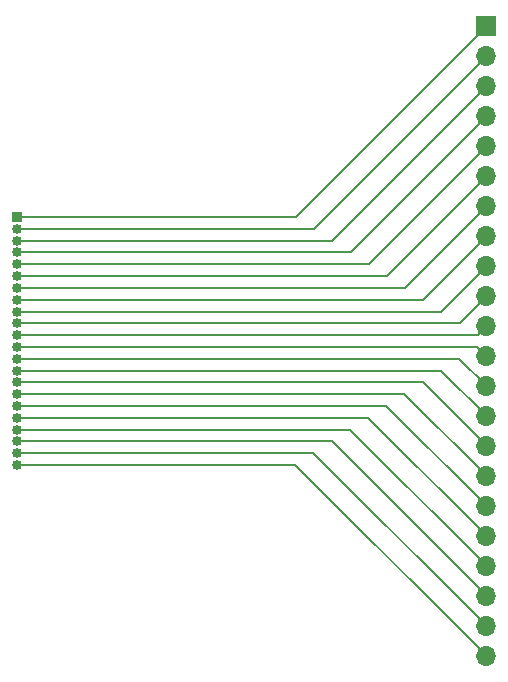
<source format=gtl>
G04 #@! TF.GenerationSoftware,KiCad,Pcbnew,(6.0.6)*
G04 #@! TF.CreationDate,2022-06-27T20:25:50-07:00*
G04 #@! TF.ProjectId,adapter,61646170-7465-4722-9e6b-696361645f70,rev?*
G04 #@! TF.SameCoordinates,Original*
G04 #@! TF.FileFunction,Copper,L1,Top*
G04 #@! TF.FilePolarity,Positive*
%FSLAX46Y46*%
G04 Gerber Fmt 4.6, Leading zero omitted, Abs format (unit mm)*
G04 Created by KiCad (PCBNEW (6.0.6)) date 2022-06-27 20:25:50*
%MOMM*%
%LPD*%
G01*
G04 APERTURE LIST*
G04 #@! TA.AperFunction,ComponentPad*
%ADD10O,0.850000X0.850000*%
G04 #@! TD*
G04 #@! TA.AperFunction,ComponentPad*
%ADD11R,0.850000X0.850000*%
G04 #@! TD*
G04 #@! TA.AperFunction,ComponentPad*
%ADD12R,1.700000X1.700000*%
G04 #@! TD*
G04 #@! TA.AperFunction,ComponentPad*
%ADD13O,1.700000X1.700000*%
G04 #@! TD*
G04 #@! TA.AperFunction,Conductor*
%ADD14C,0.200000*%
G04 #@! TD*
G04 APERTURE END LIST*
D10*
X105750000Y-105000000D03*
X105750000Y-104000000D03*
X105750000Y-103000000D03*
X105750000Y-102000000D03*
X105750000Y-101000000D03*
X105750000Y-100000000D03*
X105750000Y-99000000D03*
X105750000Y-98000000D03*
X105750000Y-97000000D03*
X105750000Y-96000000D03*
X105750000Y-95000000D03*
X105750000Y-94000000D03*
X105750000Y-93000000D03*
X105750000Y-92000000D03*
X105750000Y-91000000D03*
X105750000Y-90000000D03*
X105750000Y-89000000D03*
X105750000Y-88000000D03*
X105750000Y-87000000D03*
X105750000Y-86000000D03*
X105750000Y-85000000D03*
D11*
X105750000Y-84000000D03*
D12*
X145462500Y-67800000D03*
D13*
X145462500Y-70340000D03*
X145462500Y-72880000D03*
X145462500Y-75420000D03*
X145462500Y-77960000D03*
X145462500Y-80500000D03*
X145462500Y-83040000D03*
X145462500Y-85580000D03*
X145462500Y-88120000D03*
X145462500Y-90660000D03*
X145462500Y-93200000D03*
X145462500Y-95740000D03*
X145462500Y-98280000D03*
X145462500Y-100820000D03*
X145462500Y-103360000D03*
X145462500Y-105900000D03*
X145462500Y-108440000D03*
X145462500Y-110980000D03*
X145462500Y-113520000D03*
X145462500Y-116060000D03*
X145462500Y-118600000D03*
X145462500Y-121140000D03*
D14*
X105625000Y-105000000D02*
X129300000Y-105000000D01*
X129300000Y-105000000D02*
X145500000Y-121200000D01*
X105625000Y-104000000D02*
X130840000Y-104000000D01*
X130840000Y-104000000D02*
X145500000Y-118660000D01*
X105625000Y-103000000D02*
X132380000Y-103000000D01*
X132380000Y-103000000D02*
X145500000Y-116120000D01*
X105625000Y-102000000D02*
X133920000Y-102000000D01*
X133920000Y-102000000D02*
X145500000Y-113580000D01*
X105625000Y-101000000D02*
X135460000Y-101000000D01*
X135460000Y-101000000D02*
X145500000Y-111040000D01*
X105625000Y-100000000D02*
X137000000Y-100000000D01*
X137000000Y-100000000D02*
X145500000Y-108500000D01*
X105625000Y-99000000D02*
X138540000Y-99000000D01*
X138540000Y-99000000D02*
X145500000Y-105960000D01*
X105625000Y-98000000D02*
X140080000Y-98000000D01*
X140080000Y-98000000D02*
X145500000Y-103420000D01*
X105625000Y-97000000D02*
X141620000Y-97000000D01*
X141620000Y-97000000D02*
X145500000Y-100880000D01*
X105625000Y-96000000D02*
X143160000Y-96000000D01*
X143160000Y-96000000D02*
X145500000Y-98340000D01*
X105625000Y-95000000D02*
X113000000Y-95000000D01*
X105625000Y-94000000D02*
X144760000Y-94000000D01*
X144760000Y-94000000D02*
X145500000Y-93260000D01*
X105625000Y-93000000D02*
X143220000Y-93000000D01*
X143220000Y-93000000D02*
X145500000Y-90720000D01*
X105625000Y-92000000D02*
X141680000Y-92000000D01*
X141680000Y-92000000D02*
X145500000Y-88180000D01*
X105625000Y-91000000D02*
X140140000Y-91000000D01*
X140140000Y-91000000D02*
X145500000Y-85640000D01*
X105625000Y-90000000D02*
X138600000Y-90000000D01*
X138600000Y-90000000D02*
X145500000Y-83100000D01*
X105625000Y-89000000D02*
X137060000Y-89000000D01*
X137060000Y-89000000D02*
X145500000Y-80560000D01*
X105625000Y-88000000D02*
X135520000Y-88000000D01*
X135520000Y-88000000D02*
X145500000Y-78020000D01*
X105625000Y-87000000D02*
X133980000Y-87000000D01*
X133980000Y-87000000D02*
X145500000Y-75480000D01*
X105625000Y-86000000D02*
X112500000Y-86000000D01*
X105625000Y-85000000D02*
X130900000Y-85000000D01*
X130900000Y-85000000D02*
X145500000Y-70400000D01*
X145500000Y-67860000D02*
X129360000Y-84000000D01*
X129360000Y-84000000D02*
X105625000Y-84000000D01*
X112375000Y-86000000D02*
X132440000Y-86000000D01*
X132440000Y-86000000D02*
X145500000Y-72940000D01*
X112375000Y-95000000D02*
X144700000Y-95000000D01*
X144700000Y-95000000D02*
X145500000Y-95800000D01*
M02*

</source>
